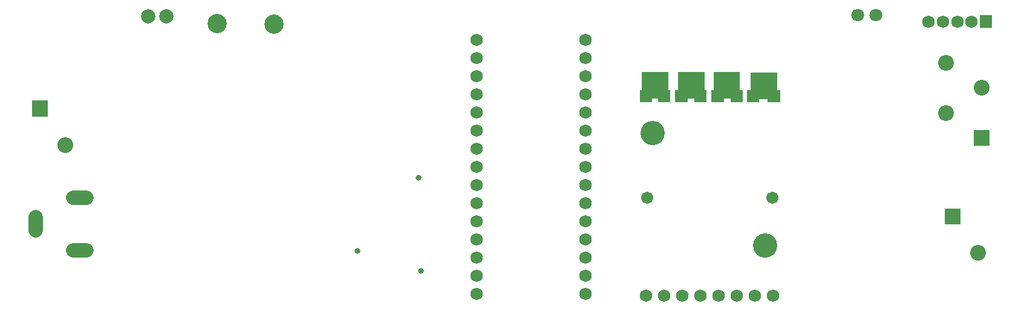
<source format=gbs>
G04 Layer: BottomSolderMaskLayer*
G04 EasyEDA v6.3.39, 2020-04-27T13:29:51-10:00*
G04 0e468c40523046efa6fe7ed36a0295c7,a4d28be01f944deba2cf7c63a1f3ff09,10*
G04 Gerber Generator version 0.2*
G04 Scale: 100 percent, Rotated: No, Reflected: No *
G04 Dimensions in millimeters *
G04 leading zeros omitted , absolute positions ,3 integer and 3 decimal *
%FSLAX33Y33*%
%MOMM*%
G90*
G71D02*

%ADD29C,2.003196*%
%ADD30C,0.813206*%
%ADD32C,2.203196*%
%ADD35C,1.727200*%
%ADD36C,2.703195*%
%ADD39C,3.403194*%
%ADD40C,1.703197*%
%ADD41C,1.803197*%

%LPD*%
G54D29*
G01X8194Y11938D02*
G01X10094Y11938D01*
G01X2921Y16570D02*
G01X2921Y14670D01*
G01X8194Y19304D02*
G01X10094Y19304D01*
G54D30*
G01X56515Y22098D03*
G01X48006Y11811D03*
G01X56896Y9017D03*
G36*
G01X130243Y15544D02*
G01X130243Y17749D01*
G01X132448Y17749D01*
G01X132448Y15544D01*
G01X130243Y15544D01*
G37*
G54D32*
G01X134846Y11547D03*
G36*
G01X2481Y30657D02*
G01X2481Y32862D01*
G01X4686Y32862D01*
G01X4686Y30657D01*
G01X2481Y30657D01*
G37*
G01X7084Y26660D03*
G36*
G01X135089Y43078D02*
G01X135089Y44805D01*
G01X136817Y44805D01*
G01X136817Y43078D01*
G01X135089Y43078D01*
G37*
G54D35*
G01X133952Y43942D03*
G01X131953Y43942D03*
G01X129953Y43942D03*
G01X127953Y43942D03*
G54D36*
G01X36322Y43561D03*
G01X28322Y43688D03*
G54D35*
G01X88392Y5588D03*
G01X90932Y5588D03*
G01X93472Y5588D03*
G01X96012Y5588D03*
G01X98552Y5588D03*
G01X101092Y5588D03*
G01X103632Y5588D03*
G01X106172Y5588D03*
G36*
G01X87810Y33200D02*
G01X87810Y36903D01*
G01X91513Y36903D01*
G01X91513Y33200D01*
G01X87810Y33200D01*
G37*
G36*
G01X87541Y32677D02*
G01X87541Y34378D01*
G01X89242Y34378D01*
G01X89242Y32677D01*
G01X87541Y32677D01*
G37*
G36*
G01X90081Y32677D02*
G01X90081Y34378D01*
G01X91782Y34378D01*
G01X91782Y32677D01*
G01X90081Y32677D01*
G37*
G36*
G01X92890Y33200D02*
G01X92890Y36903D01*
G01X96593Y36903D01*
G01X96593Y33200D01*
G01X92890Y33200D01*
G37*
G36*
G01X92494Y32677D02*
G01X92494Y34378D01*
G01X94195Y34378D01*
G01X94195Y32677D01*
G01X92494Y32677D01*
G37*
G36*
G01X95161Y32677D02*
G01X95161Y34378D01*
G01X96862Y34378D01*
G01X96862Y32677D01*
G01X95161Y32677D01*
G37*
G54D39*
G01X89281Y28321D03*
G01X105029Y12573D03*
G54D40*
G01X106045Y19304D03*
G01X88519Y19304D03*
G36*
G01X97843Y33200D02*
G01X97843Y36903D01*
G01X101546Y36903D01*
G01X101546Y33200D01*
G01X97843Y33200D01*
G37*
G36*
G01X103050Y33073D02*
G01X103050Y36776D01*
G01X106753Y36776D01*
G01X106753Y33073D01*
G01X103050Y33073D01*
G37*
G36*
G01X97574Y32677D02*
G01X97574Y34378D01*
G01X99275Y34378D01*
G01X99275Y32677D01*
G01X97574Y32677D01*
G37*
G36*
G01X100241Y32677D02*
G01X100241Y34378D01*
G01X101942Y34378D01*
G01X101942Y32677D01*
G01X100241Y32677D01*
G37*
G36*
G01X102527Y32677D02*
G01X102527Y34378D01*
G01X104228Y34378D01*
G01X104228Y32677D01*
G01X102527Y32677D01*
G37*
G36*
G01X105448Y32677D02*
G01X105448Y34378D01*
G01X107149Y34378D01*
G01X107149Y32677D01*
G01X105448Y32677D01*
G37*
G54D29*
G01X18669Y44704D03*
G01X21209Y44704D03*
G36*
G01X134241Y26540D02*
G01X134241Y28745D01*
G01X136443Y28745D01*
G01X136443Y26540D01*
G01X134241Y26540D01*
G37*
G54D32*
G01X130342Y31142D03*
G01X135342Y34643D03*
G01X130342Y38142D03*
G54D35*
G01X64643Y41402D03*
G01X64643Y38862D03*
G01X64643Y36322D03*
G01X64643Y33782D03*
G01X64643Y31242D03*
G01X64643Y28702D03*
G01X64643Y26162D03*
G01X64643Y23622D03*
G01X64643Y21082D03*
G01X64643Y18542D03*
G01X64643Y16002D03*
G01X64643Y13462D03*
G01X64643Y10922D03*
G01X64643Y8382D03*
G01X64643Y5842D03*
G01X79883Y5842D03*
G01X79883Y8382D03*
G01X79883Y10922D03*
G01X79883Y13462D03*
G01X79883Y16002D03*
G01X79883Y18542D03*
G01X79883Y21082D03*
G01X79883Y23622D03*
G01X79883Y26162D03*
G01X79883Y28702D03*
G01X79883Y31242D03*
G01X79883Y33782D03*
G01X79883Y36322D03*
G01X79883Y38862D03*
G01X79883Y41402D03*
G54D41*
G01X117983Y44831D03*
G01X120523Y44831D03*
M00*
M02*

</source>
